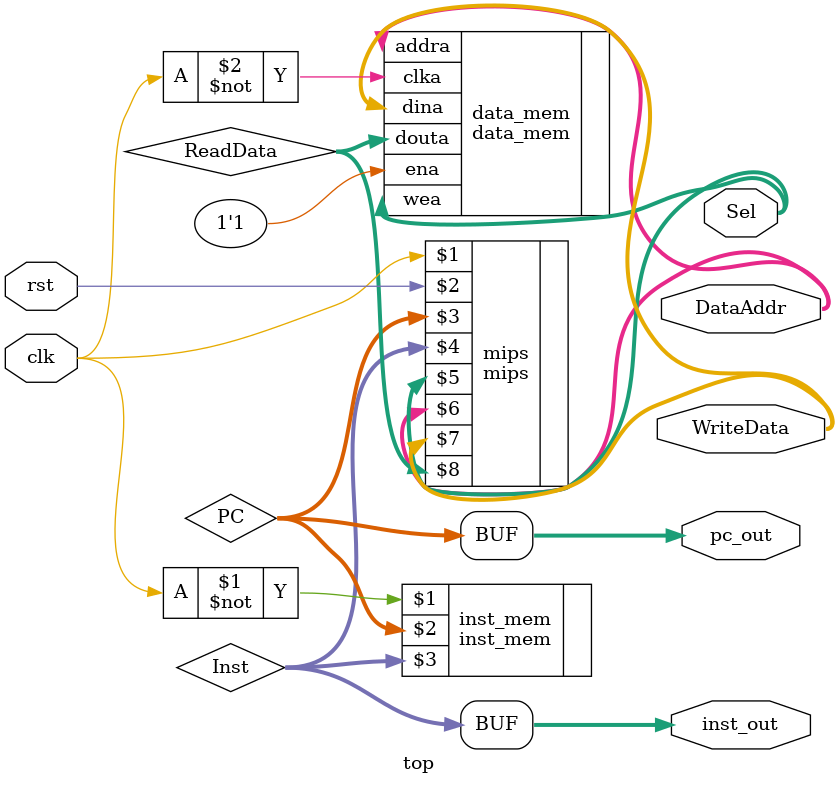
<source format=v>
`timescale 1ns / 1ps
module top(
    input wire clk,rst,
	output wire[31:0] WriteData, DataAddr,
	output wire [3:0]  Sel,
	output wire [31:0] pc_out,
	output wire [31:0] inst_out
    );
    
wire[31:0] PC, Inst, ReadData;

mips mips(clk, rst, 
    PC, Inst,
    Sel,
    DataAddr,
    WriteData,
    ReadData);

inst_mem inst_mem(~clk, PC, Inst);
data_mem data_mem(
    .clka(~clk),
    .ena(1'b1),
    .wea(Sel),
    .addra(DataAddr),
    .dina(WriteData),
    .douta(ReadData));

assign pc_out = PC;
assign inst_out = Inst;

endmodule

</source>
